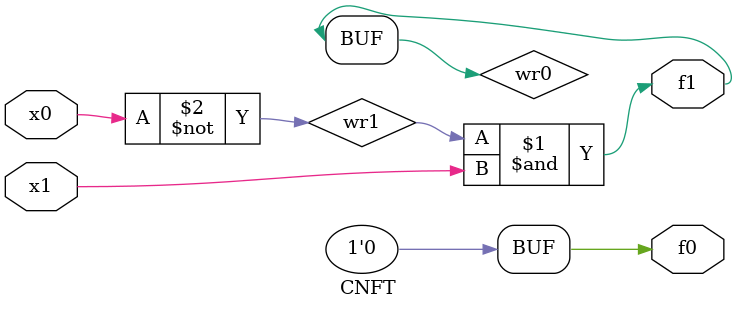
<source format=v>
module CNFT(
	input x0, x1,
	output f0, f1
);

	wire wr0, wr1;

	assign f0 = 1'b0;
	assign f1 = wr0;
	and (wr0, wr1, x1);
	not (wr1, x0);
endmodule

</source>
